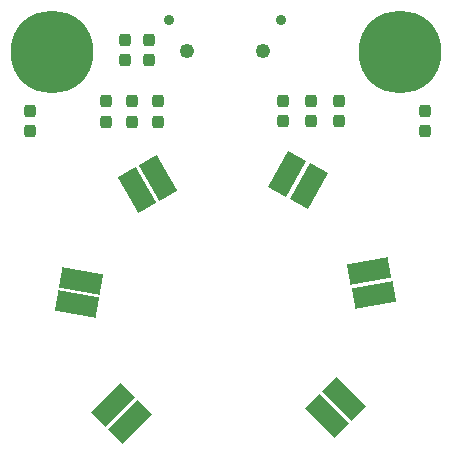
<source format=gts>
G04 #@! TF.GenerationSoftware,KiCad,Pcbnew,(6.0.2)*
G04 #@! TF.CreationDate,2022-06-18T21:44:04-04:00*
G04 #@! TF.ProjectId,Foras Promineo CLR PCB,466f7261-7320-4507-926f-6d696e656f20,rev?*
G04 #@! TF.SameCoordinates,PX4c4b400PY6a92b70*
G04 #@! TF.FileFunction,Soldermask,Top*
G04 #@! TF.FilePolarity,Negative*
%FSLAX46Y46*%
G04 Gerber Fmt 4.6, Leading zero omitted, Abs format (unit mm)*
G04 Created by KiCad (PCBNEW (6.0.2)) date 2022-06-18 21:44:04*
%MOMM*%
%LPD*%
G01*
G04 APERTURE LIST*
G04 Aperture macros list*
%AMRoundRect*
0 Rectangle with rounded corners*
0 $1 Rounding radius*
0 $2 $3 $4 $5 $6 $7 $8 $9 X,Y pos of 4 corners*
0 Add a 4 corners polygon primitive as box body*
4,1,4,$2,$3,$4,$5,$6,$7,$8,$9,$2,$3,0*
0 Add four circle primitives for the rounded corners*
1,1,$1+$1,$2,$3*
1,1,$1+$1,$4,$5*
1,1,$1+$1,$6,$7*
1,1,$1+$1,$8,$9*
0 Add four rect primitives between the rounded corners*
20,1,$1+$1,$2,$3,$4,$5,0*
20,1,$1+$1,$4,$5,$6,$7,0*
20,1,$1+$1,$6,$7,$8,$9,0*
20,1,$1+$1,$8,$9,$2,$3,0*%
%AMRotRect*
0 Rectangle, with rotation*
0 The origin of the aperture is its center*
0 $1 length*
0 $2 width*
0 $3 Rotation angle, in degrees counterclockwise*
0 Add horizontal line*
21,1,$1,$2,0,0,$3*%
G04 Aperture macros list end*
%ADD10RotRect,1.750000X3.500000X280.000000*%
%ADD11RotRect,1.750000X3.500000X45.000000*%
%ADD12RotRect,1.750000X3.500000X330.857000*%
%ADD13RotRect,1.750000X3.500000X80.000000*%
%ADD14RotRect,1.750000X3.500000X30.000000*%
%ADD15RotRect,1.750000X3.500000X135.000000*%
%ADD16RoundRect,0.237500X-0.237500X0.300000X-0.237500X-0.300000X0.237500X-0.300000X0.237500X0.300000X0*%
%ADD17C,0.800000*%
%ADD18C,7.000000*%
%ADD19RoundRect,0.237500X0.237500X-0.300000X0.237500X0.300000X-0.237500X0.300000X-0.237500X-0.300000X0*%
%ADD20C,0.890000*%
%ADD21C,1.248000*%
G04 APERTURE END LIST*
D10*
G04 #@! TO.C,D2*
X12487989Y24591572D03*
X12132011Y26610428D03*
G04 #@! TD*
D11*
G04 #@! TO.C,D3*
X10013784Y15790784D03*
X8564216Y14341216D03*
G04 #@! TD*
D12*
G04 #@! TO.C,D1*
X6982242Y33848834D03*
X5191758Y34847166D03*
G04 #@! TD*
D13*
G04 #@! TO.C,D5*
X-12243011Y25839428D03*
X-12598989Y23820572D03*
G04 #@! TD*
D14*
G04 #@! TO.C,D6*
X-5762324Y34526500D03*
X-7537676Y33501500D03*
G04 #@! TD*
D15*
G04 #@! TO.C,D4*
X-9563784Y15315784D03*
X-8114216Y13866216D03*
G04 #@! TD*
D16*
G04 #@! TO.C,C1*
X-16600000Y40212500D03*
X-16600000Y38487500D03*
G04 #@! TD*
G04 #@! TO.C,C2*
X16800000Y40212500D03*
X16800000Y38487500D03*
G04 #@! TD*
D17*
G04 #@! TO.C,H1*
X-12873845Y43343845D03*
X-14730000Y47825000D03*
X-14730000Y42575000D03*
D18*
X-14730000Y45200000D03*
D17*
X-17355000Y45200000D03*
X-16586155Y47056155D03*
X-12873845Y47056155D03*
X-12105000Y45200000D03*
X-16586155Y43343845D03*
G04 #@! TD*
G04 #@! TO.C,H2*
X16586155Y43343845D03*
X12873845Y47056155D03*
X12873845Y43343845D03*
X12105000Y45200000D03*
X14730000Y47825000D03*
D18*
X14730000Y45200000D03*
D17*
X16586155Y47056155D03*
X17355000Y45200000D03*
X14730000Y42575000D03*
G04 #@! TD*
D19*
G04 #@! TO.C,R2*
X4800000Y39337500D03*
X4800000Y41062500D03*
G04 #@! TD*
G04 #@! TO.C,R4*
X7200000Y39337500D03*
X7200000Y41062500D03*
G04 #@! TD*
G04 #@! TO.C,R6*
X9600000Y39337500D03*
X9600000Y41062500D03*
G04 #@! TD*
G04 #@! TO.C,R8*
X-10200000Y39287500D03*
X-10200000Y41012500D03*
G04 #@! TD*
G04 #@! TO.C,R10*
X-8000000Y39287500D03*
X-8000000Y41012500D03*
G04 #@! TD*
G04 #@! TO.C,R12*
X-5800000Y39287500D03*
X-5800000Y41012500D03*
G04 #@! TD*
G04 #@! TO.C,C5*
X-8600000Y44487500D03*
X-8600000Y46212500D03*
G04 #@! TD*
G04 #@! TO.C,C6*
X-6500000Y44487500D03*
X-6500000Y46212500D03*
G04 #@! TD*
D20*
G04 #@! TO.C,J1*
X4650000Y47900000D03*
X-4850000Y47900000D03*
D21*
X-3350000Y45250000D03*
X3150000Y45250000D03*
G04 #@! TD*
M02*

</source>
